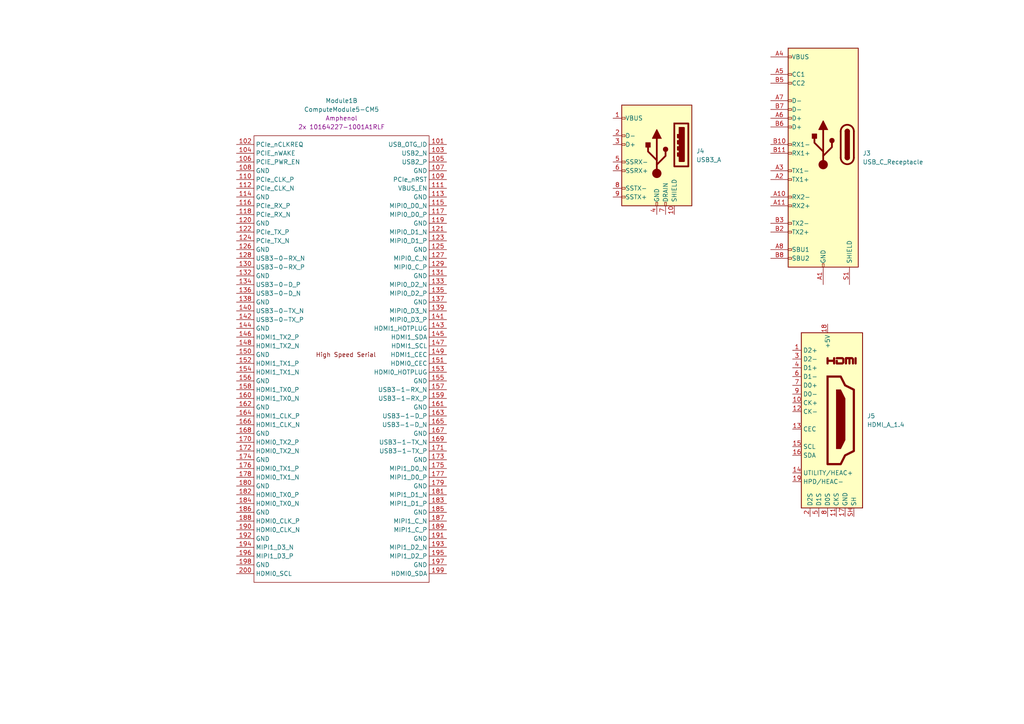
<source format=kicad_sch>
(kicad_sch (version 20231120) (generator "eeschema") (generator_version "8.0")
  (paper "A4")
  (lib_symbols
    (symbol "CM5:ComputeModule5-CM5"
      (property "Reference" "Module" (at 113.03 -68.58 0))
      (property "Value" "ComputeModule5-CM5" (at 140.97 2.54 0))
      (property "Field4" "Amphenol" (at 0 0 0))
      (property "Field5" "2x 10164227-1001A1RLF" (at 0 -2.54 0))
      (symbol "ComputeModule5-CM5_1_0"
        (text "GPIO" (at 0 6.35 0) (effects (font (size 1.27 1.27))))
      )
      (symbol "ComputeModule5-CM5_1_1"
        (rectangle (start -30.48 -71.12) (end 25.4 58.42))
        (text "600mA Max" (at -8.89 -53.34 0) (effects (font (size 1.27 1.27))))
        (text "600mA Max" (at -8.89 -48.26 0) (effects (font (size 1.27 1.27))))
        (text "NB SD signals are only available" (at -1.27 -27.94 0) (effects (font (size 1.27 1.27))))
        (text "on modules without eMMC" (at -1.27 -30.48 0) (effects (font (size 1.27 1.27))))
        (pin power_in line (at 27.94 55.88 180) (length 2.54) (name "GND") (number "1"))
        (pin passive line (at -33.02 45.72 0) (length 2.54) (name "Ethernet_Pair0_N") (number "10"))
        (pin passive line (at -33.02 -68.58 0) (length 2.54) (name "CAM_GPIO1") (number "100"))
        (pin passive line (at 27.94 43.18 180) (length 2.54) (name "Ethernet_Pair2_P") (number "11"))
        (pin passive line (at -33.02 43.18 0) (length 2.54) (name "Ethernet_Pair0_P") (number "12"))
        (pin power_in line (at 27.94 40.64 180) (length 2.54) (name "GND") (number "13"))
        (pin power_in line (at -33.02 40.64 0) (length 2.54) (name "GND") (number "14"))
        (pin output line (at 27.94 38.1 180) (length 2.54) (name "Ethernet_nLED3(3.3v)") (number "15"))
        (pin input line (at -33.02 38.1 0) (length 2.54) (name "FAN_TACHO") (number "16"))
        (pin output line (at 27.94 35.56 180) (length 2.54) (name "Ethernet_nLED2(3.3v)") (number "17"))
        (pin input line (at -33.02 35.56 0) (length 2.54) (name "Ethernet_SYNC_OUT(3.3v)") (number "18"))
        (pin output line (at 27.94 33.02 180) (length 2.54) (name "FAN_PWM") (number "19"))
        (pin power_in line (at -33.02 55.88 0) (length 2.54) (name "GND") (number "2"))
        (pin passive line (at -33.02 33.02 0) (length 2.54) (name "EEPROM_nWP") (number "20"))
        (pin open_collector line (at 27.94 30.48 180) (length 2.54) (name "LED_nACT") (number "21"))
        (pin power_in line (at -33.02 30.48 0) (length 2.54) (name "GND") (number "22"))
        (pin power_in line (at 27.94 27.94 180) (length 2.54) (name "GND") (number "23"))
        (pin passive line (at -33.02 27.94 0) (length 2.54) (name "GPIO26") (number "24"))
        (pin passive line (at 27.94 25.4 180) (length 2.54) (name "GPIO21") (number "25"))
        (pin passive line (at -33.02 25.4 0) (length 2.54) (name "GPIO19") (number "26"))
        (pin passive line (at 27.94 22.86 180) (length 2.54) (name "GPIO20") (number "27"))
        (pin passive line (at -33.02 22.86 0) (length 2.54) (name "GPIO13") (number "28"))
        (pin passive line (at 27.94 20.32 180) (length 2.54) (name "GPIO16") (number "29"))
        (pin passive line (at 27.94 53.34 180) (length 2.54) (name "Ethernet_Pair3_P") (number "3"))
        (pin passive line (at -33.02 20.32 0) (length 2.54) (name "GPIO6") (number "30"))
        (pin passive line (at 27.94 17.78 180) (length 2.54) (name "GPIO12") (number "31"))
        (pin power_in line (at -33.02 17.78 0) (length 2.54) (name "GND") (number "32"))
        (pin power_in line (at 27.94 15.24 180) (length 2.54) (name "GND") (number "33"))
        (pin passive line (at -33.02 15.24 0) (length 2.54) (name "GPIO5") (number "34"))
        (pin passive line (at 27.94 12.7 180) (length 2.54) (name "ID_SC") (number "35"))
        (pin passive line (at -33.02 12.7 0) (length 2.54) (name "ID_SD") (number "36"))
        (pin passive line (at 27.94 10.16 180) (length 2.54) (name "GPIO7") (number "37"))
        (pin passive line (at -33.02 10.16 0) (length 2.54) (name "GPIO11") (number "38"))
        (pin passive line (at 27.94 7.62 180) (length 2.54) (name "GPIO8") (number "39"))
        (pin passive line (at -33.02 53.34 0) (length 2.54) (name "Ethernet_Pair1_P") (number "4"))
        (pin passive line (at -33.02 7.62 0) (length 2.54) (name "GPIO9") (number "40"))
        (pin passive line (at 27.94 5.08 180) (length 2.54) (name "GPIO25") (number "41"))
        (pin power_in line (at -33.02 5.08 0) (length 2.54) (name "GND") (number "42"))
        (pin power_in line (at 27.94 2.54 180) (length 2.54) (name "GND") (number "43"))
        (pin passive line (at -33.02 2.54 0) (length 2.54) (name "GPIO10") (number "44"))
        (pin passive line (at 27.94 0 180) (length 2.54) (name "GPIO24") (number "45"))
        (pin passive line (at -33.02 0 0) (length 2.54) (name "GPIO22") (number "46"))
        (pin passive line (at 27.94 -2.54 180) (length 2.54) (name "GPIO23") (number "47"))
        (pin passive line (at -33.02 -2.54 0) (length 2.54) (name "GPIO27") (number "48"))
        (pin passive line (at 27.94 -5.08 180) (length 2.54) (name "GPIO18") (number "49"))
        (pin passive line (at 27.94 50.8 180) (length 2.54) (name "Ethernet_Pair3_N") (number "5"))
        (pin passive line (at -33.02 -5.08 0) (length 2.54) (name "GPIO17") (number "50"))
        (pin passive line (at 27.94 -7.62 180) (length 2.54) (name "GPIO15") (number "51"))
        (pin power_in line (at -33.02 -7.62 0) (length 2.54) (name "GND") (number "52"))
        (pin power_in line (at 27.94 -10.16 180) (length 2.54) (name "GND") (number "53"))
        (pin passive line (at -33.02 -10.16 0) (length 2.54) (name "GPIO4") (number "54"))
        (pin passive line (at 27.94 -12.7 180) (length 2.54) (name "GPIO14") (number "55"))
        (pin passive line (at -33.02 -12.7 0) (length 2.54) (name "GPIO3") (number "56"))
        (pin passive line (at 27.94 -15.24 180) (length 2.54) (name "SD_CLK") (number "57"))
        (pin passive line (at -33.02 -15.24 0) (length 2.54) (name "GPIO2") (number "58"))
        (pin power_in line (at 27.94 -17.78 180) (length 2.54) (name "GND") (number "59"))
        (pin passive line (at -33.02 50.8 0) (length 2.54) (name "Ethernet_Pair1_N") (number "6"))
        (pin power_in line (at -33.02 -17.78 0) (length 2.54) (name "GND") (number "60"))
        (pin passive line (at 27.94 -20.32 180) (length 2.54) (name "SD_DAT3") (number "61"))
        (pin passive line (at -33.02 -20.32 0) (length 2.54) (name "SD_CMD") (number "62"))
        (pin passive line (at 27.94 -22.86 180) (length 2.54) (name "SD_DAT0") (number "63"))
        (pin passive line (at -33.02 -22.86 0) (length 2.54) (name "SD_DAT5") (number "64"))
        (pin power_in line (at 27.94 -25.4 180) (length 2.54) (name "GND") (number "65"))
        (pin power_in line (at -33.02 -25.4 0) (length 2.54) (name "GND") (number "66"))
        (pin passive line (at 27.94 -27.94 180) (length 2.54) (name "SD_DAT1") (number "67"))
        (pin passive line (at -33.02 -27.94 0) (length 2.54) (name "SD_DAT4") (number "68"))
        (pin passive line (at 27.94 -30.48 180) (length 2.54) (name "SD_DAT2") (number "69"))
        (pin power_in line (at 27.94 48.26 180) (length 2.54) (name "GND") (number "7"))
        (pin passive line (at -33.02 -30.48 0) (length 2.54) (name "SD_DAT7") (number "70"))
        (pin power_in line (at 27.94 -33.02 180) (length 2.54) (name "GND") (number "71"))
        (pin passive line (at -33.02 -33.02 0) (length 2.54) (name "SD_DAT6") (number "72"))
        (pin input line (at 27.94 -35.56 180) (length 2.54) (name "SD_VDD_Override") (number "73"))
        (pin power_in line (at -33.02 -35.56 0) (length 2.54) (name "GND") (number "74"))
        (pin output line (at 27.94 -38.1 180) (length 2.54) (name "SD_PWR_ON") (number "75"))
        (pin passive line (at -33.02 -38.1 0) (length 2.54) (name "VBAT") (number "76"))
        (pin power_in line (at 27.94 -40.64 180) (length 2.54) (name "+5v_(Input)") (number "77"))
        (pin power_in line (at -33.02 -40.64 0) (length 2.54) (name "GPIO_VREF(1.8v/3.3v_Input)") (number "78"))
        (pin power_in line (at 27.94 -43.18 180) (length 2.54) (name "+5v_(Input)") (number "79"))
        (pin power_in line (at -33.02 48.26 0) (length 2.54) (name "GND") (number "8"))
        (pin passive line (at -33.02 -43.18 0) (length 2.54) (name "SCL0") (number "80"))
        (pin power_in line (at 27.94 -45.72 180) (length 2.54) (name "+5v_(Input)") (number "81"))
        (pin passive line (at -33.02 -45.72 0) (length 2.54) (name "SDA0") (number "82"))
        (pin power_in line (at 27.94 -48.26 180) (length 2.54) (name "+5v_(Input)") (number "83"))
        (pin power_out line (at -33.02 -48.26 0) (length 2.54) (name "+3.3v_(Output)") (number "84"))
        (pin power_in line (at 27.94 -50.8 180) (length 2.54) (name "+5v_(Input)") (number "85"))
        (pin passive line (at -33.02 -50.8 0) (length 2.54) (name "+3.3v_(Output)") (number "86"))
        (pin power_in line (at 27.94 -53.34 180) (length 2.54) (name "+5v_(Input)") (number "87"))
        (pin power_out line (at -33.02 -53.34 0) (length 2.54) (name "+1.8v_(Output)") (number "88"))
        (pin input line (at 27.94 -55.88 180) (length 2.54) (name "WiFi_nDisable") (number "89"))
        (pin passive line (at 27.94 45.72 180) (length 2.54) (name "Ethernet_Pair2_N") (number "9"))
        (pin passive line (at -33.02 -55.88 0) (length 2.54) (name "+1.8v_(Output)") (number "90"))
        (pin input line (at 27.94 -58.42 180) (length 2.54) (name "BT_nDisable") (number "91"))
        (pin passive line (at -33.02 -58.42 0) (length 2.54) (name "PWR_BUT") (number "92"))
        (pin input line (at 27.94 -60.96 180) (length 2.54) (name "nRPIBOOT") (number "93"))
        (pin passive line (at -33.02 -60.96 0) (length 2.54) (name "CC1") (number "94"))
        (pin output line (at 27.94 -63.5 180) (length 2.54) (name "LED_nPWR") (number "95"))
        (pin passive line (at -33.02 -63.5 0) (length 2.54) (name "CC2") (number "96"))
        (pin passive line (at 27.94 -66.04 180) (length 2.54) (name "CAM_GPIO0") (number "97"))
        (pin power_in line (at -33.02 -66.04 0) (length 2.54) (name "GND") (number "98"))
        (pin input line (at 27.94 -68.58 180) (length 2.54) (name "PMIC_ENABLE") (number "99"))
      )
      (symbol "ComputeModule5-CM5_2_1"
        (rectangle (start 114.3 -66.04) (end 165.1 63.5))
        (text "High Speed Serial" (at 140.97 0 0) (effects (font (size 1.27 1.27))))
        (pin input line (at 170.18 60.96 180) (length 5.08) (name "USB_OTG_ID") (number "101"))
        (pin input line (at 109.22 60.96 0) (length 5.08) (name "PCIe_nCLKREQ") (number "102"))
        (pin passive line (at 170.18 58.42 180) (length 5.08) (name "USB2_N") (number "103"))
        (pin input line (at 109.22 58.42 0) (length 5.08) (name "PCIE_nWAKE") (number "104"))
        (pin passive line (at 170.18 55.88 180) (length 5.08) (name "USB2_P") (number "105"))
        (pin output line (at 109.22 55.88 0) (length 5.08) (name "PCIE_PWR_EN") (number "106"))
        (pin power_in line (at 170.18 53.34 180) (length 5.08) (name "GND") (number "107"))
        (pin power_in line (at 109.22 53.34 0) (length 5.08) (name "GND") (number "108"))
        (pin output line (at 170.18 50.8 180) (length 5.08) (name "PCIe_nRST") (number "109"))
        (pin output line (at 109.22 50.8 0) (length 5.08) (name "PCIe_CLK_P") (number "110"))
        (pin output line (at 170.18 48.26 180) (length 5.08) (name "VBUS_EN") (number "111"))
        (pin output line (at 109.22 48.26 0) (length 5.08) (name "PCIe_CLK_N") (number "112"))
        (pin power_in line (at 170.18 45.72 180) (length 5.08) (name "GND") (number "113"))
        (pin power_in line (at 109.22 45.72 0) (length 5.08) (name "GND") (number "114"))
        (pin input line (at 170.18 43.18 180) (length 5.08) (name "MIPI0_D0_N") (number "115"))
        (pin input line (at 109.22 43.18 0) (length 5.08) (name "PCIe_RX_P") (number "116"))
        (pin input line (at 170.18 40.64 180) (length 5.08) (name "MIPI0_D0_P") (number "117"))
        (pin input line (at 109.22 40.64 0) (length 5.08) (name "PCIe_RX_N") (number "118"))
        (pin power_in line (at 170.18 38.1 180) (length 5.08) (name "GND") (number "119"))
        (pin power_in line (at 109.22 38.1 0) (length 5.08) (name "GND") (number "120"))
        (pin input line (at 170.18 35.56 180) (length 5.08) (name "MIPI0_D1_N") (number "121"))
        (pin output line (at 109.22 35.56 0) (length 5.08) (name "PCIe_TX_P") (number "122"))
        (pin input line (at 170.18 33.02 180) (length 5.08) (name "MIPI0_D1_P") (number "123"))
        (pin output line (at 109.22 33.02 0) (length 5.08) (name "PCIe_TX_N") (number "124"))
        (pin power_in line (at 170.18 30.48 180) (length 5.08) (name "GND") (number "125"))
        (pin power_in line (at 109.22 30.48 0) (length 5.08) (name "GND") (number "126"))
        (pin input line (at 170.18 27.94 180) (length 5.08) (name "MIPI0_C_N") (number "127"))
        (pin input line (at 109.22 27.94 0) (length 5.08) (name "USB3-0-RX_N") (number "128"))
        (pin input line (at 170.18 25.4 180) (length 5.08) (name "MIPI0_C_P") (number "129"))
        (pin input line (at 109.22 25.4 0) (length 5.08) (name "USB3-0-RX_P") (number "130"))
        (pin power_in line (at 170.18 22.86 180) (length 5.08) (name "GND") (number "131"))
        (pin power_in line (at 109.22 22.86 0) (length 5.08) (name "GND") (number "132"))
        (pin input line (at 170.18 20.32 180) (length 5.08) (name "MIPI0_D2_N") (number "133"))
        (pin passive line (at 109.22 20.32 0) (length 5.08) (name "USB3-0-D_P") (number "134"))
        (pin input line (at 170.18 17.78 180) (length 5.08) (name "MIPI0_D2_P") (number "135"))
        (pin passive line (at 109.22 17.78 0) (length 5.08) (name "USB3-0-D_N") (number "136"))
        (pin power_in line (at 170.18 15.24 180) (length 5.08) (name "GND") (number "137"))
        (pin power_in line (at 109.22 15.24 0) (length 5.08) (name "GND") (number "138"))
        (pin input line (at 170.18 12.7 180) (length 5.08) (name "MIPI0_D3_N") (number "139"))
        (pin output line (at 109.22 12.7 0) (length 5.08) (name "USB3-0-TX_N") (number "140"))
        (pin input line (at 170.18 10.16 180) (length 5.08) (name "MIPI0_D3_P") (number "141"))
        (pin output line (at 109.22 10.16 0) (length 5.08) (name "USB3-0-TX_P") (number "142"))
        (pin input line (at 170.18 7.62 180) (length 5.08) (name "HDMI1_HOTPLUG") (number "143"))
        (pin power_in line (at 109.22 7.62 0) (length 5.08) (name "GND") (number "144"))
        (pin bidirectional line (at 170.18 5.08 180) (length 5.08) (name "HDMI1_SDA") (number "145"))
        (pin output line (at 109.22 5.08 0) (length 5.08) (name "HDMI1_TX2_P") (number "146"))
        (pin open_collector line (at 170.18 2.54 180) (length 5.08) (name "HDMI1_SCL") (number "147"))
        (pin output line (at 109.22 2.54 0) (length 5.08) (name "HDMI1_TX2_N") (number "148"))
        (pin open_collector line (at 170.18 0 180) (length 5.08) (name "HDMI1_CEC") (number "149"))
        (pin power_in line (at 109.22 0 0) (length 5.08) (name "GND") (number "150"))
        (pin open_collector line (at 170.18 -2.54 180) (length 5.08) (name "HDMI0_CEC") (number "151"))
        (pin output line (at 109.22 -2.54 0) (length 5.08) (name "HDMI1_TX1_P") (number "152"))
        (pin input line (at 170.18 -5.08 180) (length 5.08) (name "HDMI0_HOTPLUG") (number "153"))
        (pin output line (at 109.22 -5.08 0) (length 5.08) (name "HDMI1_TX1_N") (number "154"))
        (pin power_in line (at 170.18 -7.62 180) (length 5.08) (name "GND") (number "155"))
        (pin power_in line (at 109.22 -7.62 0) (length 5.08) (name "GND") (number "156"))
        (pin input line (at 170.18 -10.16 180) (length 5.08) (name "USB3-1-RX_N") (number "157"))
        (pin output line (at 109.22 -10.16 0) (length 5.08) (name "HDMI1_TX0_P") (number "158"))
        (pin input line (at 170.18 -12.7 180) (length 5.08) (name "USB3-1-RX_P") (number "159"))
        (pin output line (at 109.22 -12.7 0) (length 5.08) (name "HDMI1_TX0_N") (number "160"))
        (pin power_in line (at 170.18 -15.24 180) (length 5.08) (name "GND") (number "161"))
        (pin power_in line (at 109.22 -15.24 0) (length 5.08) (name "GND") (number "162"))
        (pin passive line (at 170.18 -17.78 180) (length 5.08) (name "USB3-1-D_P") (number "163"))
        (pin output line (at 109.22 -17.78 0) (length 5.08) (name "HDMI1_CLK_P") (number "164"))
        (pin passive line (at 170.18 -20.32 180) (length 5.08) (name "USB3-1-D_N") (number "165"))
        (pin output line (at 109.22 -20.32 0) (length 5.08) (name "HDMI1_CLK_N") (number "166"))
        (pin power_in line (at 170.18 -22.86 180) (length 5.08) (name "GND") (number "167"))
        (pin power_in line (at 109.22 -22.86 0) (length 5.08) (name "GND") (number "168"))
        (pin output line (at 170.18 -25.4 180) (length 5.08) (name "USB3-1-TX_N") (number "169"))
        (pin output line (at 109.22 -25.4 0) (length 5.08) (name "HDMI0_TX2_P") (number "170"))
        (pin output line (at 170.18 -27.94 180) (length 5.08) (name "USB3-1-TX_P") (number "171"))
        (pin output line (at 109.22 -27.94 0) (length 5.08) (name "HDMI0_TX2_N") (number "172"))
        (pin power_in line (at 170.18 -30.48 180) (length 5.08) (name "GND") (number "173"))
        (pin power_in line (at 109.22 -30.48 0) (length 5.08) (name "GND") (number "174"))
        (pin output line (at 170.18 -33.02 180) (length 5.08) (name "MIPI1_D0_N") (number "175"))
        (pin output line (at 109.22 -33.02 0) (length 5.08) (name "HDMI0_TX1_P") (number "176"))
        (pin output line (at 170.18 -35.56 180) (length 5.08) (name "MIPI1_D0_P") (number "177"))
        (pin output line (at 109.22 -35.56 0) (length 5.08) (name "HDMI0_TX1_N") (number "178"))
        (pin power_in line (at 170.18 -38.1 180) (length 5.08) (name "GND") (number "179"))
        (pin power_in line (at 109.22 -38.1 0) (length 5.08) (name "GND") (number "180"))
        (pin output line (at 170.18 -40.64 180) (length 5.08) (name "MIPI1_D1_N") (number "181"))
        (pin output line (at 109.22 -40.64 0) (length 5.08) (name "HDMI0_TX0_P") (number "182"))
        (pin output line (at 170.18 -43.18 180) (length 5.08) (name "MIPI1_D1_P") (number "183"))
        (pin output line (at 109.22 -43.18 0) (length 5.08) (name "HDMI0_TX0_N") (number "184"))
        (pin power_in line (at 170.18 -45.72 180) (length 5.08) (name "GND") (number "185"))
        (pin power_in line (at 109.22 -45.72 0) (length 5.08) (name "GND") (number "186"))
        (pin output line (at 170.18 -48.26 180) (length 5.08) (name "MIPI1_C_N") (number "187"))
        (pin output line (at 109.22 -48.26 0) (length 5.08) (name "HDMI0_CLK_P") (number "188"))
        (pin output line (at 170.18 -50.8 180) (length 5.08) (name "MIPI1_C_P") (number "189"))
        (pin output line (at 109.22 -50.8 0) (length 5.08) (name "HDMI0_CLK_N") (number "190"))
        (pin power_in line (at 170.18 -53.34 180) (length 5.08) (name "GND") (number "191"))
        (pin power_in line (at 109.22 -53.34 0) (length 5.08) (name "GND") (number "192"))
        (pin output line (at 170.18 -55.88 180) (length 5.08) (name "MIPI1_D2_N") (number "193"))
        (pin output line (at 109.22 -55.88 0) (length 5.08) (name "MIPI1_D3_N") (number "194"))
        (pin output line (at 170.18 -58.42 180) (length 5.08) (name "MIPI1_D2_P") (number "195"))
        (pin output line (at 109.22 -58.42 0) (length 5.08) (name "MIPI1_D3_P") (number "196"))
        (pin power_in line (at 170.18 -60.96 180) (length 5.08) (name "GND") (number "197"))
        (pin power_in line (at 109.22 -60.96 0) (length 5.08) (name "GND") (number "198"))
        (pin bidirectional line (at 170.18 -63.5 180) (length 5.08) (name "HDMI0_SDA") (number "199"))
        (pin open_collector line (at 109.22 -63.5 0) (length 5.08) (name "HDMI0_SCL") (number "200"))
      )
    )
    (symbol "Connector:HDMI_A_1.4"
      (property "Reference" "J" (at -6.35 26.67 0))
      (property "Value" "HDMI_A_1.4" (at 10.16 26.67 0))
      (symbol "HDMI_A_1.4_0_0"
        (polyline (pts (xy 8.128 16.51) (xy 8.128 18.034)) (stroke (width 0.635)))
        (polyline (pts (xy 0 16.51) (xy 0 18.034) (xy 0 17.272) (xy 1.905 17.272) (xy 1.905 18.034) (xy 1.905 16.51)) (stroke (width 0.635)))
        (polyline (pts (xy 2.667 18.034) (xy 4.318 18.034) (xy 4.572 17.78) (xy 4.572 16.764) (xy 4.318 16.51) (xy 2.667 16.51) (xy 2.667 17.272)) (stroke (width 0.635)))
      )
      (symbol "HDMI_A_1.4_0_1"
        (rectangle (start -7.62 25.4) (end 10.16 -25.4) (stroke (width 0.254)) (fill (type background)))
        (polyline (pts (xy 2.54 8.89) (xy 3.81 8.89) (xy 5.08 6.35) (xy 5.08 -5.715) (xy 3.81 -8.255) (xy 2.54 -8.255) (xy 2.54 8.89)) (fill (type outline)))
        (polyline (pts (xy 5.334 16.51) (xy 5.334 18.034) (xy 6.35 18.034) (xy 6.35 16.51) (xy 6.35 18.034) (xy 7.112 18.034) (xy 7.366 17.78) (xy 7.366 16.51)) (stroke (width 0.635)))
        (polyline (pts (xy 0 12.7) (xy 0 -12.7) (xy 3.81 -12.7) (xy 5.08 -10.16) (xy 7.62 -8.89) (xy 7.62 8.89) (xy 5.08 10.16) (xy 3.81 12.7) (xy 0 12.7)) (stroke (width 0.635)))
      )
      (symbol "HDMI_A_1.4_1_1"
        (pin passive line (at -10.16 20.32 0) (length 2.54) (name "D2+") (number "1"))
        (pin passive line (at -10.16 5.08 0) (length 2.54) (name "CK+") (number "10"))
        (pin power_in line (at 2.54 -27.94 90) (length 2.54) (name "CKS") (number "11"))
        (pin passive line (at -10.16 2.54 0) (length 2.54) (name "CK-") (number "12"))
        (pin bidirectional line (at -10.16 -2.54 0) (length 2.54) (name "CEC") (number "13"))
        (pin passive line (at -10.16 -15.24 0) (length 2.54) (name "UTILITY/HEAC+") (number "14"))
        (pin passive line (at -10.16 -7.62 0) (length 2.54) (name "SCL") (number "15"))
        (pin bidirectional line (at -10.16 -10.16 0) (length 2.54) (name "SDA") (number "16"))
        (pin power_in line (at 5.08 -27.94 90) (length 2.54) (name "GND") (number "17"))
        (pin power_in line (at 0 27.94 270) (length 2.54) (name "+5V") (number "18"))
        (pin passive line (at -10.16 -17.78 0) (length 2.54) (name "HPD/HEAC-") (number "19"))
        (pin power_in line (at -5.08 -27.94 90) (length 2.54) (name "D2S") (number "2"))
        (pin passive line (at -10.16 17.78 0) (length 2.54) (name "D2-") (number "3"))
        (pin passive line (at -10.16 15.24 0) (length 2.54) (name "D1+") (number "4"))
        (pin power_in line (at -2.54 -27.94 90) (length 2.54) (name "D1S") (number "5"))
        (pin passive line (at -10.16 12.7 0) (length 2.54) (name "D1-") (number "6"))
        (pin passive line (at -10.16 10.16 0) (length 2.54) (name "D0+") (number "7"))
        (pin power_in line (at 0 -27.94 90) (length 2.54) (name "D0S") (number "8"))
        (pin passive line (at -10.16 7.62 0) (length 2.54) (name "D0-") (number "9"))
        (pin passive line (at 7.62 -27.94 90) (length 2.54) (name "SH") (number "SH"))
      )
    )
    (symbol "Connector:USB3_A" (pin_names (offset 1.016))
      (property "Reference" "J" (at -10.16 15.24 0))
      (property "Value" "USB3_A" (at 10.16 15.24 0))
      (symbol "USB3_A_0_0"
        (rectangle (start -9.144 8.636) (end -5.08 -3.81) (stroke (width 0.508)))
        (rectangle (start -7.874 7.366) (end -6.604 -2.286) (stroke (width 0.508)) (fill (type outline)))
        (rectangle (start -6.35 0) (end -6.096 -0.762) (stroke (width 0.508)))
        (rectangle (start -6.35 1.778) (end -6.096 1.016) (stroke (width 0.508)))
        (rectangle (start -6.35 3.556) (end -6.096 2.794) (stroke (width 0.508)))
        (rectangle (start -6.35 5.334) (end -6.096 4.572) (stroke (width 0.508)))
        (rectangle (start -2.794 -15.24) (end -2.286 -14.224))
        (rectangle (start -0.254 -15.24) (end 0.254 -14.224))
        (rectangle (start 10.16 -12.446) (end 9.144 -12.954))
        (rectangle (start 10.16 -9.906) (end 9.144 -10.414))
        (rectangle (start 10.16 -4.826) (end 9.144 -5.334))
        (rectangle (start 10.16 -2.286) (end 9.144 -2.794))
        (rectangle (start 10.16 2.794) (end 9.144 2.286))
        (rectangle (start 10.16 5.334) (end 9.144 4.826))
        (rectangle (start 10.16 10.414) (end 9.144 9.906))
      )
      (symbol "USB3_A_0_1"
        (rectangle (start -10.16 13.97) (end 10.16 -15.24) (stroke (width 0.254)) (fill (type background)))
      )
      (symbol "USB3_A_1_1"
        (circle (center -2.54 1.143) (radius 0.635) (stroke (width 0.254)) (fill (type outline)))
        (circle (center 0 -5.842) (radius 1.27) (fill (type outline)))
        (polyline (pts (xy 0 -5.842) (xy 0 4.318)) (stroke (width 0.508)))
        (polyline (pts (xy 0 -3.302) (xy -2.54 -0.762) (xy -2.54 0.508)) (stroke (width 0.508)))
        (polyline (pts (xy 0 -2.032) (xy 2.54 0.508) (xy 2.54 1.778)) (stroke (width 0.508)))
        (polyline (pts (xy -1.27 4.318) (xy 0 6.858) (xy 1.27 4.318) (xy -1.27 4.318)) (stroke (width 0.254)) (fill (type outline)))
        (rectangle (start 1.905 1.778) (end 3.175 3.048) (stroke (width 0.254)) (fill (type outline)))
        (pin power_in line (at 12.7 10.16 180) (length 2.54) (name "VBUS") (number "1"))
        (pin passive line (at -5.08 -17.78 90) (length 2.54) (name "SHIELD") (number "10"))
        (pin bidirectional line (at 12.7 5.08 180) (length 2.54) (name "D-") (number "2"))
        (pin bidirectional line (at 12.7 2.54 180) (length 2.54) (name "D+") (number "3"))
        (pin power_in line (at 0 -17.78 90) (length 2.54) (name "GND") (number "4"))
        (pin output line (at 12.7 -2.54 180) (length 2.54) (name "SSRX-") (number "5"))
        (pin output line (at 12.7 -5.08 180) (length 2.54) (name "SSRX+") (number "6"))
        (pin passive line (at -2.54 -17.78 90) (length 2.54) (name "DRAIN") (number "7"))
        (pin input line (at 12.7 -10.16 180) (length 2.54) (name "SSTX-") (number "8"))
        (pin input line (at 12.7 -12.7 180) (length 2.54) (name "SSTX+") (number "9"))
      )
    )
    (symbol "Connector:USB_C_Receptacle" (pin_names (offset 1.016))
      (property "Reference" "J" (at -10.16 29.21 0))
      (property "Value" "USB_C_Receptacle" (at 10.16 29.21 0))
      (symbol "USB_C_Receptacle_0_0"
        (rectangle (start -0.254 -35.56) (end 0.254 -34.544))
        (rectangle (start 10.16 -32.766) (end 9.144 -33.274))
        (rectangle (start 10.16 -30.226) (end 9.144 -30.734))
        (rectangle (start 10.16 -25.146) (end 9.144 -25.654))
        (rectangle (start 10.16 -22.606) (end 9.144 -23.114))
        (rectangle (start 10.16 -17.526) (end 9.144 -18.034))
        (rectangle (start 10.16 -14.986) (end 9.144 -15.494))
        (rectangle (start 10.16 -9.906) (end 9.144 -10.414))
        (rectangle (start 10.16 -7.366) (end 9.144 -7.874))
        (rectangle (start 10.16 -2.286) (end 9.144 -2.794))
        (rectangle (start 10.16 0.254) (end 9.144 -0.254))
        (rectangle (start 10.16 5.334) (end 9.144 4.826))
        (rectangle (start 10.16 7.874) (end 9.144 7.366))
        (rectangle (start 10.16 10.414) (end 9.144 9.906))
        (rectangle (start 10.16 12.954) (end 9.144 12.446))
        (rectangle (start 10.16 18.034) (end 9.144 17.526))
        (rectangle (start 10.16 20.574) (end 9.144 20.066))
        (rectangle (start 10.16 25.654) (end 9.144 25.146))
      )
      (symbol "USB_C_Receptacle_0_1"
        (rectangle (start -10.16 27.94) (end 10.16 -35.56) (stroke (width 0.254)) (fill (type background)))
        (arc (start -8.89 -3.81) (mid -6.985 -5.7067) (end -5.08 -3.81) (stroke (width 0.508)))
        (arc (start -7.62 -3.81) (mid -6.985 -4.4423) (end -6.35 -3.81) (stroke (width 0.254)))
        (arc (start -7.62 -3.81) (mid -6.985 -4.4423) (end -6.35 -3.81) (stroke (width 0.254)) (fill (type outline)))
        (rectangle (start -7.62 -3.81) (end -6.35 3.81) (stroke (width 0.254)) (fill (type outline)))
        (arc (start -6.35 3.81) (mid -6.985 4.4423) (end -7.62 3.81) (stroke (width 0.254)))
        (arc (start -6.35 3.81) (mid -6.985 4.4423) (end -7.62 3.81) (stroke (width 0.254)) (fill (type outline)))
        (arc (start -5.08 3.81) (mid -6.985 5.7067) (end -8.89 3.81) (stroke (width 0.508)))
        (polyline (pts (xy -8.89 -3.81) (xy -8.89 3.81)) (stroke (width 0.508)))
        (polyline (pts (xy -5.08 3.81) (xy -5.08 -3.81)) (stroke (width 0.508)))
      )
      (symbol "USB_C_Receptacle_1_1"
        (circle (center -2.54 1.143) (radius 0.635) (stroke (width 0.254)) (fill (type outline)))
        (circle (center 0 -5.842) (radius 1.27) (fill (type outline)))
        (polyline (pts (xy 0 -5.842) (xy 0 4.318)) (stroke (width 0.508)))
        (polyline (pts (xy 0 -3.302) (xy -2.54 -0.762) (xy -2.54 0.508)) (stroke (width 0.508)))
        (polyline (pts (xy 0 -2.032) (xy 2.54 0.508) (xy 2.54 1.778)) (stroke (width 0.508)))
        (polyline (pts (xy -1.27 4.318) (xy 0 6.858) (xy 1.27 4.318) (xy -1.27 4.318)) (stroke (width 0.254)) (fill (type outline)))
        (rectangle (start 1.905 1.778) (end 3.175 3.048) (stroke (width 0.254)) (fill (type outline)))
        (pin passive line (at 0 -40.64 90) (length 5.08) (name "GND") (number "A1"))
        (pin bidirectional line (at 15.24 -15.24 180) (length 5.08) (name "RX2-") (number "A10"))
        (pin bidirectional line (at 15.24 -17.78 180) (length 5.08) (name "RX2+") (number "A11"))
        (pin passive line (at 0 -40.64 90) (length 5.08) hide (name "GND") (number "A12"))
        (pin bidirectional line (at 15.24 -10.16 180) (length 5.08) (name "TX1+") (number "A2"))
        (pin bidirectional line (at 15.24 -7.62 180) (length 5.08) (name "TX1-") (number "A3"))
        (pin passive line (at 15.24 25.4 180) (length 5.08) (name "VBUS") (number "A4"))
        (pin bidirectional line (at 15.24 20.32 180) (length 5.08) (name "CC1") (number "A5"))
        (pin bidirectional line (at 15.24 7.62 180) (length 5.08) (name "D+") (number "A6"))
        (pin bidirectional line (at 15.24 12.7 180) (length 5.08) (name "D-") (number "A7"))
        (pin bidirectional line (at 15.24 -30.48 180) (length 5.08) (name "SBU1") (number "A8"))
        (pin passive line (at 15.24 25.4 180) (length 5.08) hide (name "VBUS") (number "A9"))
        (pin passive line (at 0 -40.64 90) (length 5.08) hide (name "GND") (number "B1"))
        (pin bidirectional line (at 15.24 0 180) (length 5.08) (name "RX1-") (number "B10"))
        (pin bidirectional line (at 15.24 -2.54 180) (length 5.08) (name "RX1+") (number "B11"))
        (pin passive line (at 0 -40.64 90) (length 5.08) hide (name "GND") (number "B12"))
        (pin bidirectional line (at 15.24 -25.4 180) (length 5.08) (name "TX2+") (number "B2"))
        (pin bidirectional line (at 15.24 -22.86 180) (length 5.08) (name "TX2-") (number "B3"))
        (pin passive line (at 15.24 25.4 180) (length 5.08) hide (name "VBUS") (number "B4"))
        (pin bidirectional line (at 15.24 17.78 180) (length 5.08) (name "CC2") (number "B5"))
        (pin bidirectional line (at 15.24 5.08 180) (length 5.08) (name "D+") (number "B6"))
        (pin bidirectional line (at 15.24 10.16 180) (length 5.08) (name "D-") (number "B7"))
        (pin bidirectional line (at 15.24 -33.02 180) (length 5.08) (name "SBU2") (number "B8"))
        (pin passive line (at 15.24 25.4 180) (length 5.08) hide (name "VBUS") (number "B9"))
        (pin passive line (at -7.62 -40.64 90) (length 5.08) (name "SHIELD") (number "S1"))
      )
    )
  )
  (symbol (lib_id "Connector:HDMI_A_1.4") (at 240.03 121.92 0) (unit 1)
    (property "Reference" "J5" (at 251.46 120.6499 0) (effects (justify left)))
    (property "Value" "HDMI_A_1.4" (at 251.46 123.1899 0) (effects (justify left)))
    (property "Datasheet" "https://en.wikipedia.org/wiki/HDMI" (effects (hide yes)))
    (property "Description" "HDMI 1.4+ type A connector" (effects (hide yes)))
  )
  (symbol (lib_id "CM5:ComputeModule5-CM5") (at -40.64 102.87 0) (unit 2)
    (property "Reference" "Module1" (at 99.06 29.21 0))
    (property "Value" "ComputeModule5-CM5" (at 99.06 31.75 0))
    (property "Footprint" "CM5IO:Raspberry-Pi-5-Compute-Module" (effects (hide yes)))
    (property "Description" "RaspberryPi Compute module 5" (effects (hide yes)))
    (property "Field4" "Amphenol" (at 99.06 34.29 0))
    (property "Field5" "2x 10164227-1001A1RLF" (at 99.06 36.83 0))
  )
  (symbol (lib_id "Connector:USB3_A") (at 190.5 44.45 0) (mirror y) (unit 1)
    (property "Reference" "J4" (at 201.93 43.8149 0) (effects (justify right)))
    (property "Value" "USB3_A" (at 201.93 46.3549 0) (effects (justify right)))
    (property "Description" "USB 3.0 A connector" (effects (hide yes)))
  )
  (symbol (lib_id "Connector:USB_C_Receptacle") (at 238.76 41.91 0) (mirror y) (unit 1)
    (property "Reference" "J3" (at 250.19 44.4499 0) (effects (justify right)))
    (property "Value" "USB_C_Receptacle" (at 250.19 46.9899 0) (effects (justify right)))
    (property "Datasheet" "https://www.usb.org/sites/default/files/documents/usb_type-c.zip" (effects (hide yes)))
    (property "Description" "USB Full-Featured Type-C Receptacle connector" (effects (hide yes)))
  )
)
</source>
